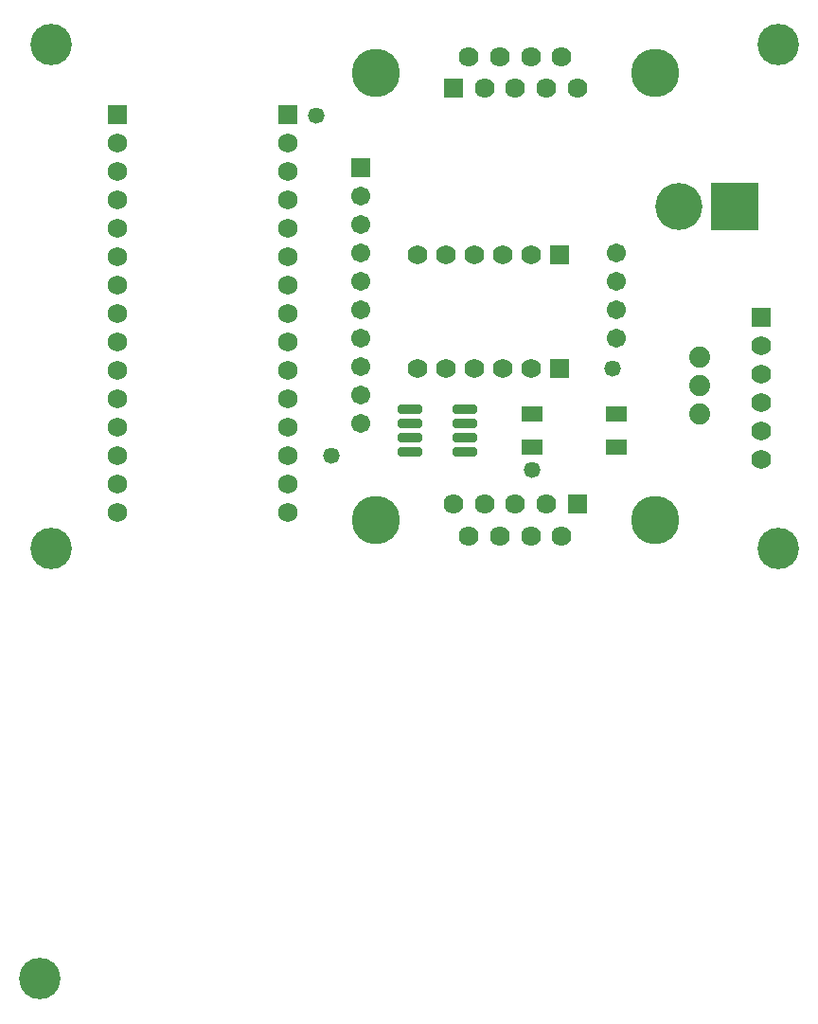
<source format=gts>
G04*
G04 #@! TF.GenerationSoftware,Altium Limited,Altium Designer,22.8.2 (66)*
G04*
G04 Layer_Color=8388736*
%FSLAX42Y42*%
%MOMM*%
G71*
G04*
G04 #@! TF.SameCoordinates,E2F3CAA6-EC45-4DAB-9F52-99892A173F59*
G04*
G04*
G04 #@! TF.FilePolarity,Negative*
G04*
G01*
G75*
G04:AMPARAMS|DCode=16|XSize=2.17mm|YSize=0.8mm|CornerRadius=0.18mm|HoleSize=0mm|Usage=FLASHONLY|Rotation=0.000|XOffset=0mm|YOffset=0mm|HoleType=Round|Shape=RoundedRectangle|*
%AMROUNDEDRECTD16*
21,1,2.17,0.45,0,0,0.0*
21,1,1.82,0.80,0,0,0.0*
1,1,0.35,0.91,-0.23*
1,1,0.35,-0.91,-0.23*
1,1,0.35,-0.91,0.23*
1,1,0.35,0.91,0.23*
%
%ADD16ROUNDEDRECTD16*%
%ADD17R,1.97X1.33*%
%ADD18R,1.76X1.76*%
%ADD19C,1.76*%
%ADD20C,1.71*%
%ADD21R,1.71X1.71*%
%ADD22C,4.20*%
%ADD23R,4.20X4.20*%
%ADD24C,4.32*%
%ADD25R,1.78X1.78*%
%ADD26C,1.78*%
%ADD27C,1.73*%
%ADD28R,1.73X1.73*%
%ADD29C,3.70*%
%ADD30R,1.76X1.76*%
%ADD31C,1.88*%
%ADD32C,1.47*%
D16*
X3453Y1490D02*
D03*
Y1364D02*
D03*
Y1236D02*
D03*
Y1110D02*
D03*
X3947D02*
D03*
Y1236D02*
D03*
Y1364D02*
D03*
Y1490D02*
D03*
D17*
X4550Y1447D02*
D03*
Y1153D02*
D03*
X5300Y1447D02*
D03*
Y1153D02*
D03*
D18*
X4795Y2871D02*
D03*
Y1855D02*
D03*
D19*
X4287Y2871D02*
D03*
X4033D02*
D03*
X3779D02*
D03*
X3525D02*
D03*
X4541D02*
D03*
Y1855D02*
D03*
X4287D02*
D03*
X4033D02*
D03*
X3779D02*
D03*
X3525D02*
D03*
X6600Y1042D02*
D03*
Y1296D02*
D03*
Y1550D02*
D03*
Y1804D02*
D03*
Y2058D02*
D03*
D20*
X5300Y2124D02*
D03*
Y2378D02*
D03*
Y2632D02*
D03*
Y2886D02*
D03*
X3014Y3394D02*
D03*
Y1362D02*
D03*
Y1616D02*
D03*
Y1870D02*
D03*
Y2124D02*
D03*
Y2378D02*
D03*
Y2632D02*
D03*
Y2886D02*
D03*
Y3140D02*
D03*
D21*
Y3648D02*
D03*
D22*
X5860Y3300D02*
D03*
D23*
X6360D02*
D03*
D24*
X5649Y500D02*
D03*
X3150D02*
D03*
X5649Y4500D02*
D03*
X3150D02*
D03*
D25*
X4954Y642D02*
D03*
X3846Y4358D02*
D03*
D26*
X4815Y358D02*
D03*
X4677Y642D02*
D03*
X4538Y358D02*
D03*
X4400Y642D02*
D03*
X4262Y358D02*
D03*
X4123Y642D02*
D03*
X3985Y358D02*
D03*
X3846Y642D02*
D03*
X4954Y4358D02*
D03*
X4815Y4642D02*
D03*
X4677Y4358D02*
D03*
X4538Y4642D02*
D03*
X4400Y4358D02*
D03*
X4262Y4642D02*
D03*
X4123Y4358D02*
D03*
X3985Y4642D02*
D03*
D27*
X838Y566D02*
D03*
Y819D02*
D03*
Y1073D02*
D03*
Y1327D02*
D03*
Y1581D02*
D03*
Y1835D02*
D03*
Y2090D02*
D03*
Y2343D02*
D03*
Y2598D02*
D03*
Y2851D02*
D03*
Y3106D02*
D03*
Y3360D02*
D03*
Y3613D02*
D03*
Y3867D02*
D03*
X2362Y566D02*
D03*
Y819D02*
D03*
Y1073D02*
D03*
Y1327D02*
D03*
Y1581D02*
D03*
Y1835D02*
D03*
Y2090D02*
D03*
Y2343D02*
D03*
Y2598D02*
D03*
Y2851D02*
D03*
Y3106D02*
D03*
Y3360D02*
D03*
Y3613D02*
D03*
Y3867D02*
D03*
D28*
X838Y4122D02*
D03*
X2362D02*
D03*
D29*
X250Y250D02*
D03*
X6750D02*
D03*
Y4750D02*
D03*
X250D02*
D03*
X150Y-3600D02*
D03*
D30*
X6600Y2312D02*
D03*
D31*
X6050Y1954D02*
D03*
Y1446D02*
D03*
Y1700D02*
D03*
D32*
X2620Y4120D02*
D03*
X5270Y1860D02*
D03*
X2750Y1080D02*
D03*
X4550Y950D02*
D03*
M02*

</source>
